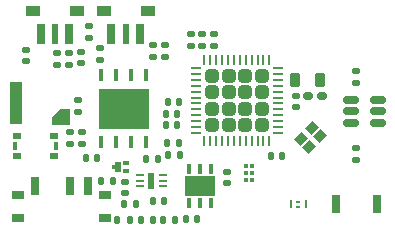
<source format=gbr>
%TF.GenerationSoftware,KiCad,Pcbnew,8.0.5*%
%TF.CreationDate,2024-12-17T02:27:59+01:00*%
%TF.ProjectId,hardware v5,68617264-7761-4726-9520-76352e6b6963,rev?*%
%TF.SameCoordinates,Original*%
%TF.FileFunction,Paste,Top*%
%TF.FilePolarity,Positive*%
%FSLAX46Y46*%
G04 Gerber Fmt 4.6, Leading zero omitted, Abs format (unit mm)*
G04 Created by KiCad (PCBNEW 8.0.5) date 2024-12-17 02:27:59*
%MOMM*%
%LPD*%
G01*
G04 APERTURE LIST*
G04 Aperture macros list*
%AMRoundRect*
0 Rectangle with rounded corners*
0 $1 Rounding radius*
0 $2 $3 $4 $5 $6 $7 $8 $9 X,Y pos of 4 corners*
0 Add a 4 corners polygon primitive as box body*
4,1,4,$2,$3,$4,$5,$6,$7,$8,$9,$2,$3,0*
0 Add four circle primitives for the rounded corners*
1,1,$1+$1,$2,$3*
1,1,$1+$1,$4,$5*
1,1,$1+$1,$6,$7*
1,1,$1+$1,$8,$9*
0 Add four rect primitives between the rounded corners*
20,1,$1+$1,$2,$3,$4,$5,0*
20,1,$1+$1,$4,$5,$6,$7,0*
20,1,$1+$1,$6,$7,$8,$9,0*
20,1,$1+$1,$8,$9,$2,$3,0*%
%AMRotRect*
0 Rectangle, with rotation*
0 The origin of the aperture is its center*
0 $1 length*
0 $2 width*
0 $3 Rotation angle, in degrees counterclockwise*
0 Add horizontal line*
21,1,$1,$2,0,0,$3*%
%AMOutline4P*
0 Free polygon, 4 corners , with rotation*
0 The origin of the aperture is its center*
0 number of corners: always 4*
0 $1 to $8 corner X, Y*
0 $9 Rotation angle, in degrees counterclockwise*
0 create outline with 4 corners*
4,1,4,$1,$2,$3,$4,$5,$6,$7,$8,$1,$2,$9*%
%AMOutline5P*
0 Free polygon, 5 corners , with rotation*
0 The origin of the aperture is its center*
0 number of corners: always 5*
0 $1 to $10 corner X, Y*
0 $11 Rotation angle, in degrees counterclockwise*
0 create outline with 5 corners*
4,1,5,$1,$2,$3,$4,$5,$6,$7,$8,$9,$10,$1,$2,$11*%
%AMOutline6P*
0 Free polygon, 6 corners , with rotation*
0 The origin of the aperture is its center*
0 number of corners: always 6*
0 $1 to $12 corner X, Y*
0 $13 Rotation angle, in degrees counterclockwise*
0 create outline with 6 corners*
4,1,6,$1,$2,$3,$4,$5,$6,$7,$8,$9,$10,$11,$12,$1,$2,$13*%
%AMOutline7P*
0 Free polygon, 7 corners , with rotation*
0 The origin of the aperture is its center*
0 number of corners: always 7*
0 $1 to $14 corner X, Y*
0 $15 Rotation angle, in degrees counterclockwise*
0 create outline with 7 corners*
4,1,7,$1,$2,$3,$4,$5,$6,$7,$8,$9,$10,$11,$12,$13,$14,$1,$2,$15*%
%AMOutline8P*
0 Free polygon, 8 corners , with rotation*
0 The origin of the aperture is its center*
0 number of corners: always 8*
0 $1 to $16 corner X, Y*
0 $17 Rotation angle, in degrees counterclockwise*
0 create outline with 8 corners*
4,1,8,$1,$2,$3,$4,$5,$6,$7,$8,$9,$10,$11,$12,$13,$14,$15,$16,$1,$2,$17*%
G04 Aperture macros list end*
%ADD10RoundRect,0.135000X0.185000X-0.135000X0.185000X0.135000X-0.185000X0.135000X-0.185000X-0.135000X0*%
%ADD11RoundRect,0.140000X-0.170000X0.140000X-0.170000X-0.140000X0.170000X-0.140000X0.170000X0.140000X0*%
%ADD12RoundRect,0.135000X-0.135000X-0.185000X0.135000X-0.185000X0.135000X0.185000X-0.135000X0.185000X0*%
%ADD13RoundRect,0.140000X0.140000X0.170000X-0.140000X0.170000X-0.140000X-0.170000X0.140000X-0.170000X0*%
%ADD14R,0.800000X1.600000*%
%ADD15R,0.275000X0.700000*%
%ADD16R,0.450000X0.245000*%
%ADD17RotRect,0.775000X0.875000X315.000000*%
%ADD18RoundRect,0.135000X0.135000X0.185000X-0.135000X0.185000X-0.135000X-0.185000X0.135000X-0.185000X0*%
%ADD19RoundRect,0.160000X0.222500X0.160000X-0.222500X0.160000X-0.222500X-0.160000X0.222500X-0.160000X0*%
%ADD20R,0.799999X0.250000*%
%ADD21R,0.610000X1.420000*%
%ADD22RoundRect,0.140000X-0.140000X-0.170000X0.140000X-0.170000X0.140000X0.170000X-0.140000X0.170000X0*%
%ADD23RoundRect,0.250000X-0.315000X-0.315000X0.315000X-0.315000X0.315000X0.315000X-0.315000X0.315000X0*%
%ADD24RoundRect,0.062500X-0.375000X-0.062500X0.375000X-0.062500X0.375000X0.062500X-0.375000X0.062500X0*%
%ADD25RoundRect,0.062500X-0.062500X-0.375000X0.062500X-0.375000X0.062500X0.375000X-0.062500X0.375000X0*%
%ADD26R,0.300000X0.300000*%
%ADD27RoundRect,0.150000X-0.512500X-0.150000X0.512500X-0.150000X0.512500X0.150000X-0.512500X0.150000X0*%
%ADD28Outline5P,-0.650000X0.750000X0.650000X0.750000X0.650000X-0.750000X0.000000X-0.750000X-0.650000X-0.100000X270.000000*%
%ADD29R,1.100000X3.600000*%
%ADD30R,0.300000X0.850000*%
%ADD31R,2.500000X1.700000*%
%ADD32R,0.750000X1.800000*%
%ADD33R,0.600000X1.800000*%
%ADD34R,1.300000X0.900000*%
%ADD35RoundRect,0.135000X-0.185000X0.135000X-0.185000X-0.135000X0.185000X-0.135000X0.185000X0.135000X0*%
%ADD36RoundRect,0.218750X-0.218750X-0.381250X0.218750X-0.381250X0.218750X0.381250X-0.218750X0.381250X0*%
%ADD37RoundRect,0.140000X0.170000X-0.140000X0.170000X0.140000X-0.170000X0.140000X-0.170000X-0.140000X0*%
%ADD38R,0.700000X1.600000*%
%ADD39R,0.700000X1.500000*%
%ADD40R,1.000000X0.800000*%
%ADD41R,0.450000X1.050000*%
%ADD42R,4.350000X3.450000*%
%ADD43RoundRect,0.147500X-0.172500X0.147500X-0.172500X-0.147500X0.172500X-0.147500X0.172500X0.147500X0*%
%ADD44R,0.650000X0.600000*%
%ADD45R,0.350000X0.700000*%
%ADD46R,0.500000X0.350000*%
%ADD47R,0.340000X0.330000*%
%ADD48Outline4P,-0.450000X-0.220000X0.450000X-0.220000X0.450000X0.220000X-0.450000X0.220000X90.000000*%
G04 APERTURE END LIST*
D10*
%TO.C,R22*%
X126190000Y-94120000D03*
X126190000Y-93100000D03*
%TD*%
D11*
%TO.C,C18*%
X125590000Y-102130000D03*
X125590000Y-103090000D03*
%TD*%
D12*
%TO.C,R4*%
X132430000Y-109520000D03*
X133450000Y-109520000D03*
%TD*%
D13*
%TO.C,C11*%
X126860000Y-104300000D03*
X125900000Y-104300000D03*
%TD*%
D11*
%TO.C,C21*%
X135760000Y-93840000D03*
X135760000Y-94800000D03*
%TD*%
D14*
%TO.C,ANT1*%
X147110000Y-108220000D03*
X150510000Y-108220000D03*
%TD*%
D15*
%TO.C,FL1*%
X143265000Y-108230000D03*
D16*
X143877000Y-108457000D03*
D15*
X144490000Y-108230000D03*
D16*
X143877000Y-108003000D03*
%TD*%
D17*
%TO.C,Y1*%
X145016066Y-101765212D03*
X144115212Y-102666066D03*
X144803934Y-103354788D03*
X145704788Y-102453934D03*
%TD*%
D18*
%TO.C,R17*%
X130160000Y-108230000D03*
X129140000Y-108230000D03*
%TD*%
D19*
%TO.C,L2*%
X145852500Y-99040000D03*
X144707500Y-99040000D03*
%TD*%
D20*
%TO.C,U2*%
X130500000Y-105710000D03*
X130500000Y-106209999D03*
X130500000Y-106709998D03*
X132400002Y-106709998D03*
X132400002Y-106209999D03*
X132400002Y-105710000D03*
D21*
X131450001Y-106209999D03*
%TD*%
D22*
%TO.C,C3*%
X131540000Y-107980000D03*
X132500000Y-107980000D03*
%TD*%
D23*
%TO.C,U1*%
X136582500Y-97330000D03*
X136582500Y-98730000D03*
X136582500Y-100130000D03*
X136582500Y-101530000D03*
X137982500Y-97330000D03*
X137982500Y-98730000D03*
X137982500Y-100130000D03*
X137982500Y-101530000D03*
X139382500Y-97330000D03*
X139382500Y-98730000D03*
X139382500Y-100130000D03*
X139382500Y-101530000D03*
X140782500Y-97330000D03*
X140782500Y-98730000D03*
X140782500Y-100130000D03*
X140782500Y-101530000D03*
D24*
X135245000Y-96680000D03*
X135245000Y-97180000D03*
X135245000Y-97680000D03*
X135245000Y-98180000D03*
X135245000Y-98680000D03*
X135245000Y-99180000D03*
X135245000Y-99680000D03*
X135245000Y-100180000D03*
X135245000Y-100680000D03*
X135245000Y-101180000D03*
X135245000Y-101680000D03*
X135245000Y-102180000D03*
D25*
X135932500Y-102867500D03*
X136432500Y-102867500D03*
X136932500Y-102867500D03*
X137432500Y-102867500D03*
X137932500Y-102867500D03*
X138432500Y-102867500D03*
X138932500Y-102867500D03*
X139432500Y-102867500D03*
X139932500Y-102867500D03*
X140432500Y-102867500D03*
X140932500Y-102867500D03*
X141432500Y-102867500D03*
D24*
X142120000Y-102180000D03*
X142120000Y-101680000D03*
X142120000Y-101180000D03*
X142120000Y-100680000D03*
X142120000Y-100180000D03*
X142120000Y-99680000D03*
X142120000Y-99180000D03*
X142120000Y-98680000D03*
X142120000Y-98180000D03*
X142120000Y-97680000D03*
X142120000Y-97180000D03*
X142120000Y-96680000D03*
D25*
X141432500Y-95992500D03*
X140932500Y-95992500D03*
X140432500Y-95992500D03*
X139932500Y-95992500D03*
X139432500Y-95992500D03*
X138932500Y-95992500D03*
X138432500Y-95992500D03*
X137932500Y-95992500D03*
X137432500Y-95992500D03*
X136932500Y-95992500D03*
X136432500Y-95992500D03*
X135932500Y-95992500D03*
%TD*%
D26*
%TO.C,IC1*%
X139930000Y-106134000D03*
X139930000Y-105547000D03*
X139930000Y-104960000D03*
X139430000Y-106134000D03*
X139430000Y-105547000D03*
X139430000Y-104960000D03*
%TD*%
D27*
%TO.C,U4*%
X148320000Y-99410000D03*
X148320000Y-100360000D03*
X148320000Y-101310000D03*
X150595000Y-101310000D03*
X150595000Y-100360000D03*
X150595000Y-99410000D03*
%TD*%
D10*
%TO.C,R16*%
X124590000Y-103140000D03*
X124590000Y-102120000D03*
%TD*%
%TO.C,R8*%
X127060000Y-95990000D03*
X127060000Y-94970000D03*
%TD*%
D28*
%TO.C,BT1*%
X123760000Y-100810000D03*
D29*
X119970000Y-99660000D03*
%TD*%
D30*
%TO.C,IC3*%
X134590000Y-108150000D03*
X135540000Y-108150000D03*
X136490000Y-108150000D03*
X136490000Y-105250000D03*
X135540000Y-105250000D03*
X134590000Y-105250000D03*
D31*
X135540000Y-106700000D03*
%TD*%
D11*
%TO.C,C26*%
X134770000Y-93840000D03*
X134770000Y-94800000D03*
%TD*%
D18*
%TO.C,R12*%
X133890000Y-104050000D03*
X132870000Y-104050000D03*
%TD*%
D32*
%TO.C,S1*%
X124505000Y-93840000D03*
D33*
X123280000Y-93840000D03*
D32*
X122055000Y-93840000D03*
D34*
X125130000Y-91890000D03*
X121430000Y-91890000D03*
%TD*%
D35*
%TO.C,R9*%
X131610000Y-94710000D03*
X131610000Y-95730000D03*
%TD*%
D13*
%TO.C,C23*%
X142500000Y-104090000D03*
X141540000Y-104090000D03*
%TD*%
D36*
%TO.C,L1*%
X143617500Y-97700000D03*
X145742500Y-97700000D03*
%TD*%
D18*
%TO.C,R6*%
X128170000Y-106230000D03*
X127150000Y-106230000D03*
%TD*%
D35*
%TO.C,R10*%
X124480000Y-95380000D03*
X124480000Y-96400000D03*
%TD*%
D37*
%TO.C,C6*%
X132600000Y-95710000D03*
X132600000Y-94750000D03*
%TD*%
D10*
%TO.C,R7*%
X123490000Y-96410000D03*
X123490000Y-95390000D03*
%TD*%
D22*
%TO.C,C17*%
X132850000Y-99590000D03*
X133810000Y-99590000D03*
%TD*%
D35*
%TO.C,R15*%
X148780000Y-103460000D03*
X148780000Y-104480000D03*
%TD*%
D10*
%TO.C,R13*%
X136740000Y-94820000D03*
X136740000Y-93800000D03*
%TD*%
D37*
%TO.C,C8*%
X125230000Y-100390000D03*
X125230000Y-99430000D03*
%TD*%
D12*
%TO.C,R11*%
X132760000Y-103060000D03*
X133780000Y-103060000D03*
%TD*%
%TO.C,R3*%
X130960000Y-104380000D03*
X131980000Y-104380000D03*
%TD*%
D38*
%TO.C,SW1*%
X126080000Y-106685000D03*
D39*
X124580000Y-106685000D03*
X121580000Y-106685000D03*
D40*
X120180000Y-107470000D03*
X120180000Y-109400000D03*
X127480000Y-107470000D03*
X127480000Y-109400000D03*
%TD*%
D11*
%TO.C,C5*%
X137820000Y-105480000D03*
X137820000Y-106440000D03*
%TD*%
D41*
%TO.C,IC2*%
X130985000Y-97260000D03*
X129715000Y-97260000D03*
X128445000Y-97260000D03*
X127175000Y-97260000D03*
X127175000Y-102960000D03*
X128445000Y-102960000D03*
X129715000Y-102960000D03*
X130985000Y-102960000D03*
D42*
X129080000Y-100110000D03*
%TD*%
D43*
%TO.C,D1*%
X129210000Y-106335000D03*
X129210000Y-107305000D03*
%TD*%
D10*
%TO.C,R14*%
X148750000Y-97950000D03*
X148750000Y-96930000D03*
%TD*%
D22*
%TO.C,C15*%
X132670000Y-101510000D03*
X133630000Y-101510000D03*
%TD*%
D44*
%TO.C,S3*%
X120070000Y-102450000D03*
X123220000Y-102450000D03*
X120070000Y-104150000D03*
X123220000Y-104150000D03*
D45*
X119920000Y-103300000D03*
X123370000Y-103300000D03*
%TD*%
D37*
%TO.C,C14*%
X120830000Y-96080000D03*
X120830000Y-95120000D03*
%TD*%
D46*
%TO.C,Q1*%
X129330000Y-105405000D03*
X129330000Y-104755000D03*
D47*
X128250000Y-105080000D03*
D48*
X128640000Y-105080000D03*
%TD*%
D18*
%TO.C,R5*%
X131550000Y-109530000D03*
X130530000Y-109530000D03*
%TD*%
D13*
%TO.C,C4*%
X135340000Y-109500000D03*
X134380000Y-109500000D03*
%TD*%
D37*
%TO.C,C7*%
X125470000Y-96290000D03*
X125470000Y-95330000D03*
%TD*%
%TO.C,C1*%
X143700000Y-99990000D03*
X143700000Y-99030000D03*
%TD*%
D32*
%TO.C,S2*%
X130505000Y-93790000D03*
D33*
X129280000Y-93790000D03*
D32*
X128055000Y-93790000D03*
D34*
X131130000Y-91840000D03*
X127430000Y-91840000D03*
%TD*%
D18*
%TO.C,R18*%
X129590000Y-109510000D03*
X128570000Y-109510000D03*
%TD*%
D22*
%TO.C,C16*%
X132680000Y-100560000D03*
X133640000Y-100560000D03*
%TD*%
M02*

</source>
